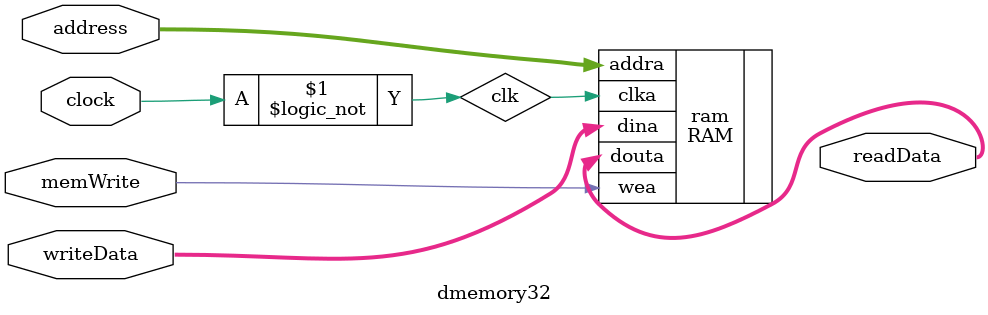
<source format=v>
`timescale 1ns / 1ps


module dmemory32(clock, memWrite, address, writeData, readData);
    input clock;   //Clock signal for synchronization
    input memWrite;  //From controller. 1'b1 indicates write operations to data-memory.
										// indicating whether a write operation should be performed on D-mem
    input [15:2] address;  //The unit is byte. 
														//The address of memory unit which is to be read/writen.
    input [31:0] writeData; //Data to be written to the memory unit.
    output[31:0] readData;  //Data read from memory unit.
   
   wire clk;
   assign clk = !clock;
		// Memory IP instanced
		/* ram module represents the data memory unit and is responsible for performing the 
		actual read and write operations on the memory which has following connections:
		*/
		RAM ram (
			.clka(clk), // input wire clka -> clock signal for memory unit
			.wea(memWrite), // input wire [0 : 0] wea -> write enable signal connected 
											// to 'memWrite' indicating whether operation should be performed
			.addra(address), // input wire [13 : 0] addra
														// the address signal for the memory unit
			.dina(writeData), // input wire [31 : 0] dina -> input data signal for memory unit
			.douta(readData) // output wire [31 : 0] douta ->output data signal from the 
											// memory unit
		);
	
	/*The 'clock' is from CPU-TOP, suppose its one edge has been used at the upstream module of data memory, suchas IFetch, Why Data-Memroy DO NOT use the same edge as other module ? */

endmodule

// reference : lab10 and lab 13


</source>
